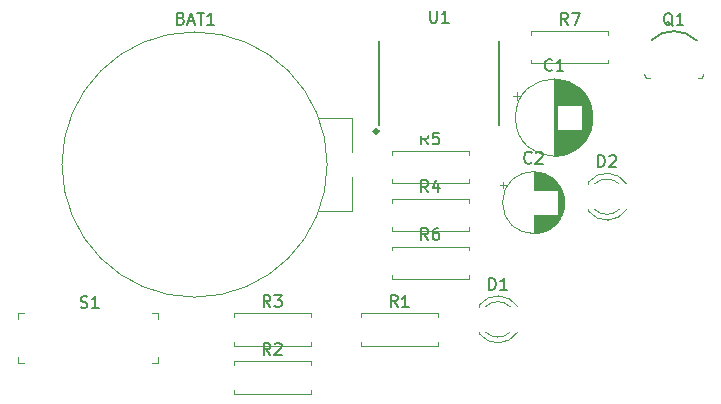
<source format=gbr>
%TF.GenerationSoftware,KiCad,Pcbnew,(6.0.5)*%
%TF.CreationDate,2022-12-22T23:21:59-06:00*%
%TF.ProjectId,555_Badge,3535355f-4261-4646-9765-2e6b69636164,V1*%
%TF.SameCoordinates,Original*%
%TF.FileFunction,Legend,Top*%
%TF.FilePolarity,Positive*%
%FSLAX46Y46*%
G04 Gerber Fmt 4.6, Leading zero omitted, Abs format (unit mm)*
G04 Created by KiCad (PCBNEW (6.0.5)) date 2022-12-22 23:21:59*
%MOMM*%
%LPD*%
G01*
G04 APERTURE LIST*
%ADD10C,0.150000*%
%ADD11C,0.120000*%
%ADD12C,0.100000*%
%ADD13C,0.203200*%
%ADD14C,0.314000*%
%ADD15R,1.600000X1.600000*%
%ADD16C,1.600000*%
%ADD17R,2.170000X2.170000*%
%ADD18C,2.500000*%
%ADD19R,1.900000X1.900000*%
%ADD20C,1.900000*%
%ADD21R,1.000000X1.500000*%
%ADD22O,1.000000X1.500000*%
%ADD23O,1.600000X1.600000*%
%ADD24C,1.524000*%
%ADD25R,1.800000X1.800000*%
%ADD26C,1.800000*%
G04 APERTURE END LIST*
D10*
%TO.C,C1*%
X158646174Y-70677142D02*
X158598555Y-70724761D01*
X158455698Y-70772380D01*
X158360460Y-70772380D01*
X158217602Y-70724761D01*
X158122364Y-70629523D01*
X158074745Y-70534285D01*
X158027126Y-70343809D01*
X158027126Y-70200952D01*
X158074745Y-70010476D01*
X158122364Y-69915238D01*
X158217602Y-69820000D01*
X158360460Y-69772380D01*
X158455698Y-69772380D01*
X158598555Y-69820000D01*
X158646174Y-69867619D01*
X159598555Y-70772380D02*
X159027126Y-70772380D01*
X159312841Y-70772380D02*
X159312841Y-69772380D01*
X159217602Y-69915238D01*
X159122364Y-70010476D01*
X159027126Y-70058095D01*
%TO.C,BAT1*%
X127214274Y-66322271D02*
X127357131Y-66369890D01*
X127404750Y-66417509D01*
X127452369Y-66512747D01*
X127452369Y-66655604D01*
X127404750Y-66750842D01*
X127357131Y-66798461D01*
X127261893Y-66846080D01*
X126880940Y-66846080D01*
X126880940Y-65846080D01*
X127214274Y-65846080D01*
X127309512Y-65893700D01*
X127357131Y-65941319D01*
X127404750Y-66036557D01*
X127404750Y-66131795D01*
X127357131Y-66227033D01*
X127309512Y-66274652D01*
X127214274Y-66322271D01*
X126880940Y-66322271D01*
X127833321Y-66560366D02*
X128309512Y-66560366D01*
X127738083Y-66846080D02*
X128071417Y-65846080D01*
X128404750Y-66846080D01*
X128595226Y-65846080D02*
X129166655Y-65846080D01*
X128880940Y-66846080D02*
X128880940Y-65846080D01*
X130023798Y-66846080D02*
X129452369Y-66846080D01*
X129738083Y-66846080D02*
X129738083Y-65846080D01*
X129642845Y-65988938D01*
X129547607Y-66084176D01*
X129452369Y-66131795D01*
%TO.C,S1*%
X118728095Y-90784761D02*
X118870952Y-90832380D01*
X119109047Y-90832380D01*
X119204285Y-90784761D01*
X119251904Y-90737142D01*
X119299523Y-90641904D01*
X119299523Y-90546666D01*
X119251904Y-90451428D01*
X119204285Y-90403809D01*
X119109047Y-90356190D01*
X118918571Y-90308571D01*
X118823333Y-90260952D01*
X118775714Y-90213333D01*
X118728095Y-90118095D01*
X118728095Y-90022857D01*
X118775714Y-89927619D01*
X118823333Y-89880000D01*
X118918571Y-89832380D01*
X119156666Y-89832380D01*
X119299523Y-89880000D01*
X120251904Y-90832380D02*
X119680476Y-90832380D01*
X119966190Y-90832380D02*
X119966190Y-89832380D01*
X119870952Y-89975238D01*
X119775714Y-90070476D01*
X119680476Y-90118095D01*
%TO.C,Q1*%
X168852361Y-66967619D02*
X168757123Y-66920000D01*
X168661885Y-66824761D01*
X168519028Y-66681904D01*
X168423790Y-66634285D01*
X168328552Y-66634285D01*
X168376171Y-66872380D02*
X168280933Y-66824761D01*
X168185695Y-66729523D01*
X168138076Y-66539047D01*
X168138076Y-66205714D01*
X168185695Y-66015238D01*
X168280933Y-65920000D01*
X168376171Y-65872380D01*
X168566647Y-65872380D01*
X168661885Y-65920000D01*
X168757123Y-66015238D01*
X168804742Y-66205714D01*
X168804742Y-66539047D01*
X168757123Y-66729523D01*
X168661885Y-66824761D01*
X168566647Y-66872380D01*
X168376171Y-66872380D01*
X169757123Y-66872380D02*
X169185695Y-66872380D01*
X169471409Y-66872380D02*
X169471409Y-65872380D01*
X169376171Y-66015238D01*
X169280933Y-66110476D01*
X169185695Y-66158095D01*
%TO.C,R2*%
X134780933Y-94812380D02*
X134447600Y-94336190D01*
X134209504Y-94812380D02*
X134209504Y-93812380D01*
X134590457Y-93812380D01*
X134685695Y-93860000D01*
X134733314Y-93907619D01*
X134780933Y-94002857D01*
X134780933Y-94145714D01*
X134733314Y-94240952D01*
X134685695Y-94288571D01*
X134590457Y-94336190D01*
X134209504Y-94336190D01*
X135161885Y-93907619D02*
X135209504Y-93860000D01*
X135304742Y-93812380D01*
X135542838Y-93812380D01*
X135638076Y-93860000D01*
X135685695Y-93907619D01*
X135733314Y-94002857D01*
X135733314Y-94098095D01*
X135685695Y-94240952D01*
X135114266Y-94812380D01*
X135733314Y-94812380D01*
%TO.C,U1*%
X148318695Y-65681380D02*
X148318695Y-66490904D01*
X148366314Y-66586142D01*
X148413933Y-66633761D01*
X148509171Y-66681380D01*
X148699647Y-66681380D01*
X148794885Y-66633761D01*
X148842504Y-66586142D01*
X148890123Y-66490904D01*
X148890123Y-65681380D01*
X149890123Y-66681380D02*
X149318695Y-66681380D01*
X149604409Y-66681380D02*
X149604409Y-65681380D01*
X149509171Y-65824238D01*
X149413933Y-65919476D01*
X149318695Y-65967095D01*
%TO.C,D1*%
X153309504Y-89302380D02*
X153309504Y-88302380D01*
X153547600Y-88302380D01*
X153690457Y-88350000D01*
X153785695Y-88445238D01*
X153833314Y-88540476D01*
X153880933Y-88730952D01*
X153880933Y-88873809D01*
X153833314Y-89064285D01*
X153785695Y-89159523D01*
X153690457Y-89254761D01*
X153547600Y-89302380D01*
X153309504Y-89302380D01*
X154833314Y-89302380D02*
X154261885Y-89302380D01*
X154547600Y-89302380D02*
X154547600Y-88302380D01*
X154452361Y-88445238D01*
X154357123Y-88540476D01*
X154261885Y-88588095D01*
%TO.C,C2*%
X156900708Y-78527142D02*
X156853089Y-78574761D01*
X156710232Y-78622380D01*
X156614994Y-78622380D01*
X156472136Y-78574761D01*
X156376898Y-78479523D01*
X156329279Y-78384285D01*
X156281660Y-78193809D01*
X156281660Y-78050952D01*
X156329279Y-77860476D01*
X156376898Y-77765238D01*
X156472136Y-77670000D01*
X156614994Y-77622380D01*
X156710232Y-77622380D01*
X156853089Y-77670000D01*
X156900708Y-77717619D01*
X157281660Y-77717619D02*
X157329279Y-77670000D01*
X157424517Y-77622380D01*
X157662613Y-77622380D01*
X157757851Y-77670000D01*
X157805470Y-77717619D01*
X157853089Y-77812857D01*
X157853089Y-77908095D01*
X157805470Y-78050952D01*
X157234041Y-78622380D01*
X157853089Y-78622380D01*
%TO.C,R5*%
X148150933Y-76992380D02*
X147817600Y-76516190D01*
X147579504Y-76992380D02*
X147579504Y-75992380D01*
X147960457Y-75992380D01*
X148055695Y-76040000D01*
X148103314Y-76087619D01*
X148150933Y-76182857D01*
X148150933Y-76325714D01*
X148103314Y-76420952D01*
X148055695Y-76468571D01*
X147960457Y-76516190D01*
X147579504Y-76516190D01*
X149055695Y-75992380D02*
X148579504Y-75992380D01*
X148531885Y-76468571D01*
X148579504Y-76420952D01*
X148674742Y-76373333D01*
X148912838Y-76373333D01*
X149008076Y-76420952D01*
X149055695Y-76468571D01*
X149103314Y-76563809D01*
X149103314Y-76801904D01*
X149055695Y-76897142D01*
X149008076Y-76944761D01*
X148912838Y-76992380D01*
X148674742Y-76992380D01*
X148579504Y-76944761D01*
X148531885Y-76897142D01*
%TO.C,R7*%
X159970933Y-66852380D02*
X159637600Y-66376190D01*
X159399504Y-66852380D02*
X159399504Y-65852380D01*
X159780457Y-65852380D01*
X159875695Y-65900000D01*
X159923314Y-65947619D01*
X159970933Y-66042857D01*
X159970933Y-66185714D01*
X159923314Y-66280952D01*
X159875695Y-66328571D01*
X159780457Y-66376190D01*
X159399504Y-66376190D01*
X160304266Y-65852380D02*
X160970933Y-65852380D01*
X160542361Y-66852380D01*
%TO.C,R1*%
X145550933Y-90762380D02*
X145217600Y-90286190D01*
X144979504Y-90762380D02*
X144979504Y-89762380D01*
X145360457Y-89762380D01*
X145455695Y-89810000D01*
X145503314Y-89857619D01*
X145550933Y-89952857D01*
X145550933Y-90095714D01*
X145503314Y-90190952D01*
X145455695Y-90238571D01*
X145360457Y-90286190D01*
X144979504Y-90286190D01*
X146503314Y-90762380D02*
X145931885Y-90762380D01*
X146217600Y-90762380D02*
X146217600Y-89762380D01*
X146122361Y-89905238D01*
X146027123Y-90000476D01*
X145931885Y-90048095D01*
%TO.C,R6*%
X148150933Y-85092380D02*
X147817600Y-84616190D01*
X147579504Y-85092380D02*
X147579504Y-84092380D01*
X147960457Y-84092380D01*
X148055695Y-84140000D01*
X148103314Y-84187619D01*
X148150933Y-84282857D01*
X148150933Y-84425714D01*
X148103314Y-84520952D01*
X148055695Y-84568571D01*
X147960457Y-84616190D01*
X147579504Y-84616190D01*
X149008076Y-84092380D02*
X148817600Y-84092380D01*
X148722361Y-84140000D01*
X148674742Y-84187619D01*
X148579504Y-84330476D01*
X148531885Y-84520952D01*
X148531885Y-84901904D01*
X148579504Y-84997142D01*
X148627123Y-85044761D01*
X148722361Y-85092380D01*
X148912838Y-85092380D01*
X149008076Y-85044761D01*
X149055695Y-84997142D01*
X149103314Y-84901904D01*
X149103314Y-84663809D01*
X149055695Y-84568571D01*
X149008076Y-84520952D01*
X148912838Y-84473333D01*
X148722361Y-84473333D01*
X148627123Y-84520952D01*
X148579504Y-84568571D01*
X148531885Y-84663809D01*
%TO.C,D2*%
X162539504Y-78912380D02*
X162539504Y-77912380D01*
X162777600Y-77912380D01*
X162920457Y-77960000D01*
X163015695Y-78055238D01*
X163063314Y-78150476D01*
X163110933Y-78340952D01*
X163110933Y-78483809D01*
X163063314Y-78674285D01*
X163015695Y-78769523D01*
X162920457Y-78864761D01*
X162777600Y-78912380D01*
X162539504Y-78912380D01*
X163491885Y-78007619D02*
X163539504Y-77960000D01*
X163634742Y-77912380D01*
X163872838Y-77912380D01*
X163968076Y-77960000D01*
X164015695Y-78007619D01*
X164063314Y-78102857D01*
X164063314Y-78198095D01*
X164015695Y-78340952D01*
X163444266Y-78912380D01*
X164063314Y-78912380D01*
%TO.C,R3*%
X134780933Y-90762380D02*
X134447600Y-90286190D01*
X134209504Y-90762380D02*
X134209504Y-89762380D01*
X134590457Y-89762380D01*
X134685695Y-89810000D01*
X134733314Y-89857619D01*
X134780933Y-89952857D01*
X134780933Y-90095714D01*
X134733314Y-90190952D01*
X134685695Y-90238571D01*
X134590457Y-90286190D01*
X134209504Y-90286190D01*
X135114266Y-89762380D02*
X135733314Y-89762380D01*
X135399980Y-90143333D01*
X135542838Y-90143333D01*
X135638076Y-90190952D01*
X135685695Y-90238571D01*
X135733314Y-90333809D01*
X135733314Y-90571904D01*
X135685695Y-90667142D01*
X135638076Y-90714761D01*
X135542838Y-90762380D01*
X135257123Y-90762380D01*
X135161885Y-90714761D01*
X135114266Y-90667142D01*
%TO.C,R4*%
X148150933Y-81042380D02*
X147817600Y-80566190D01*
X147579504Y-81042380D02*
X147579504Y-80042380D01*
X147960457Y-80042380D01*
X148055695Y-80090000D01*
X148103314Y-80137619D01*
X148150933Y-80232857D01*
X148150933Y-80375714D01*
X148103314Y-80470952D01*
X148055695Y-80518571D01*
X147960457Y-80566190D01*
X147579504Y-80566190D01*
X149008076Y-80375714D02*
X149008076Y-81042380D01*
X148769980Y-79994761D02*
X148531885Y-80709047D01*
X149150933Y-80709047D01*
D11*
%TO.C,C1*%
X160013841Y-71718000D02*
X160013841Y-73680000D01*
X159693841Y-75760000D02*
X159693841Y-77830000D01*
X161973841Y-73918000D02*
X161973841Y-75522000D01*
X160213841Y-71804000D02*
X160213841Y-73680000D01*
X161013841Y-72340000D02*
X161013841Y-73680000D01*
X159492841Y-75760000D02*
X159492841Y-77879000D01*
X161333841Y-72676000D02*
X161333841Y-76764000D01*
X160253841Y-75760000D02*
X160253841Y-77616000D01*
X160613841Y-75760000D02*
X160613841Y-77410000D01*
X159212841Y-75760000D02*
X159212841Y-77926000D01*
X159973841Y-75760000D02*
X159973841Y-77738000D01*
X161253841Y-72583000D02*
X161253841Y-76857000D01*
X160773841Y-75760000D02*
X160773841Y-77298000D01*
X161893841Y-73661000D02*
X161893841Y-75779000D01*
X159412841Y-75760000D02*
X159412841Y-77895000D01*
X161813841Y-73458000D02*
X161813841Y-75982000D01*
X160533841Y-75760000D02*
X160533841Y-77462000D01*
X159492841Y-71561000D02*
X159492841Y-73680000D01*
X160493841Y-71954000D02*
X160493841Y-73680000D01*
X159933841Y-75760000D02*
X159933841Y-77753000D01*
X159693841Y-71610000D02*
X159693841Y-73680000D01*
X160933841Y-75760000D02*
X160933841Y-77170000D01*
X162013841Y-74087000D02*
X162013841Y-75353000D01*
X160133841Y-71768000D02*
X160133841Y-73680000D01*
X161093841Y-75760000D02*
X161093841Y-77025000D01*
X159773841Y-71634000D02*
X159773841Y-73680000D01*
X159172841Y-71509000D02*
X159172841Y-73680000D01*
X161013841Y-75760000D02*
X161013841Y-77100000D01*
X160573841Y-72004000D02*
X160573841Y-73680000D01*
X160053841Y-71734000D02*
X160053841Y-73680000D01*
X159893841Y-75760000D02*
X159893841Y-77767000D01*
X159893841Y-71673000D02*
X159893841Y-73680000D01*
X159372841Y-75760000D02*
X159372841Y-77902000D01*
X160893841Y-72236000D02*
X160893841Y-73680000D01*
X159052841Y-71498000D02*
X159052841Y-73680000D01*
X159533841Y-75760000D02*
X159533841Y-77870000D01*
X160453841Y-71930000D02*
X160453841Y-73680000D01*
X159252841Y-71519000D02*
X159252841Y-73680000D01*
X160813841Y-72172000D02*
X160813841Y-73680000D01*
X160573841Y-75760000D02*
X160573841Y-77436000D01*
X159292841Y-71525000D02*
X159292841Y-73680000D01*
X155627600Y-72566000D02*
X155627600Y-73196000D01*
X160653841Y-75760000D02*
X160653841Y-77384000D01*
X159292841Y-75760000D02*
X159292841Y-77915000D01*
X160013841Y-75760000D02*
X160013841Y-77722000D01*
X161573841Y-73006000D02*
X161573841Y-76434000D01*
X161453841Y-72830000D02*
X161453841Y-76610000D01*
X160693841Y-75760000D02*
X160693841Y-77356000D01*
X158852841Y-71490000D02*
X158852841Y-77950000D01*
X159012841Y-71496000D02*
X159012841Y-77944000D01*
X159773841Y-75760000D02*
X159773841Y-77806000D01*
X160133841Y-75760000D02*
X160133841Y-77672000D01*
X159733841Y-75760000D02*
X159733841Y-77818000D01*
X160973841Y-75760000D02*
X160973841Y-77136000D01*
X158892841Y-71490000D02*
X158892841Y-77950000D01*
X161213841Y-72538000D02*
X161213841Y-76902000D01*
X161613841Y-73070000D02*
X161613841Y-76370000D01*
X159132841Y-71505000D02*
X159132841Y-73680000D01*
X159933841Y-71687000D02*
X159933841Y-73680000D01*
X160093841Y-71750000D02*
X160093841Y-73680000D01*
X160853841Y-75760000D02*
X160853841Y-77236000D01*
X161373841Y-72725000D02*
X161373841Y-76715000D01*
X159092841Y-71502000D02*
X159092841Y-73680000D01*
X159172841Y-75760000D02*
X159172841Y-77931000D01*
X159733841Y-71622000D02*
X159733841Y-73680000D01*
X161533841Y-72944000D02*
X161533841Y-76496000D01*
X160733841Y-72113000D02*
X160733841Y-73680000D01*
X161773841Y-73370000D02*
X161773841Y-76070000D01*
X160293841Y-71844000D02*
X160293841Y-73680000D01*
X161053841Y-72377000D02*
X161053841Y-73680000D01*
X159853841Y-75760000D02*
X159853841Y-77781000D01*
X159573841Y-71579000D02*
X159573841Y-73680000D01*
X159533841Y-71570000D02*
X159533841Y-73680000D01*
X161933841Y-73780000D02*
X161933841Y-75660000D01*
X159052841Y-75760000D02*
X159052841Y-77942000D01*
X160493841Y-75760000D02*
X160493841Y-77486000D01*
X160533841Y-71978000D02*
X160533841Y-73680000D01*
X160973841Y-72304000D02*
X160973841Y-73680000D01*
X160053841Y-75760000D02*
X160053841Y-77706000D01*
X159613841Y-71589000D02*
X159613841Y-73680000D01*
X159653841Y-75760000D02*
X159653841Y-77841000D01*
X161093841Y-72415000D02*
X161093841Y-73680000D01*
X160253841Y-71824000D02*
X160253841Y-73680000D01*
X160373841Y-75760000D02*
X160373841Y-77554000D01*
X160893841Y-75760000D02*
X160893841Y-77204000D01*
X160453841Y-75760000D02*
X160453841Y-77510000D01*
X160773841Y-72142000D02*
X160773841Y-73680000D01*
X161493841Y-72886000D02*
X161493841Y-76554000D01*
X158972841Y-71493000D02*
X158972841Y-77947000D01*
X159092841Y-75760000D02*
X159092841Y-77938000D01*
X159813841Y-75760000D02*
X159813841Y-77794000D01*
X159332841Y-75760000D02*
X159332841Y-77909000D01*
X160093841Y-75760000D02*
X160093841Y-77690000D01*
X160813841Y-75760000D02*
X160813841Y-77268000D01*
X159332841Y-71531000D02*
X159332841Y-73680000D01*
X159853841Y-71659000D02*
X159853841Y-73680000D01*
X161293841Y-72628000D02*
X161293841Y-76812000D01*
X160333841Y-71864000D02*
X160333841Y-73680000D01*
X160693841Y-72084000D02*
X160693841Y-73680000D01*
X160373841Y-71886000D02*
X160373841Y-73680000D01*
X155312600Y-72881000D02*
X155942600Y-72881000D01*
X160333841Y-75760000D02*
X160333841Y-77576000D01*
X159212841Y-71514000D02*
X159212841Y-73680000D01*
X160613841Y-72030000D02*
X160613841Y-73680000D01*
X159573841Y-75760000D02*
X159573841Y-77861000D01*
X159452841Y-75760000D02*
X159452841Y-77887000D01*
X160213841Y-75760000D02*
X160213841Y-77636000D01*
X161133841Y-72455000D02*
X161133841Y-76985000D01*
X159252841Y-75760000D02*
X159252841Y-77921000D01*
X159132841Y-75760000D02*
X159132841Y-77935000D01*
X159372841Y-71538000D02*
X159372841Y-73680000D01*
X161053841Y-75760000D02*
X161053841Y-77063000D01*
X160653841Y-72056000D02*
X160653841Y-73680000D01*
X160933841Y-72270000D02*
X160933841Y-73680000D01*
X159452841Y-71553000D02*
X159452841Y-73680000D01*
X160733841Y-75760000D02*
X160733841Y-77327000D01*
X160173841Y-75760000D02*
X160173841Y-77654000D01*
X159813841Y-71646000D02*
X159813841Y-73680000D01*
X161693841Y-73211000D02*
X161693841Y-76229000D01*
X160853841Y-72204000D02*
X160853841Y-73680000D01*
X158932841Y-71492000D02*
X158932841Y-77948000D01*
X162053841Y-74318000D02*
X162053841Y-75122000D01*
X160293841Y-75760000D02*
X160293841Y-77596000D01*
X159613841Y-75760000D02*
X159613841Y-77851000D01*
X159412841Y-71545000D02*
X159412841Y-73680000D01*
X160173841Y-71786000D02*
X160173841Y-73680000D01*
X161733841Y-73288000D02*
X161733841Y-76152000D01*
X159973841Y-71702000D02*
X159973841Y-73680000D01*
X161853841Y-73555000D02*
X161853841Y-75885000D01*
X160413841Y-75760000D02*
X160413841Y-77532000D01*
X158812841Y-71490000D02*
X158812841Y-77950000D01*
X161413841Y-72776000D02*
X161413841Y-76664000D01*
X161173841Y-72496000D02*
X161173841Y-76944000D01*
X159653841Y-71599000D02*
X159653841Y-73680000D01*
X161653841Y-73139000D02*
X161653841Y-76301000D01*
X160413841Y-71908000D02*
X160413841Y-73680000D01*
X162082841Y-74720000D02*
G75*
G03*
X162082841Y-74720000I-3270000J0D01*
G01*
D12*
%TO.C,BAT1*%
X141677200Y-82611600D02*
X141677200Y-79766800D01*
X138934000Y-82611600D02*
X141677200Y-82611600D01*
X141677200Y-74788400D02*
X141677200Y-77633200D01*
X138934000Y-74788400D02*
X141677200Y-74788400D01*
X139594400Y-78700000D02*
G75*
G03*
X139594400Y-78700000I-11226800J0D01*
G01*
%TO.C,S1*%
X113400000Y-91300000D02*
X113900000Y-91300000D01*
X125300000Y-91300000D02*
X125300000Y-91800000D01*
X113400000Y-91300000D02*
X113400000Y-91800000D01*
X125300000Y-95500000D02*
X124800000Y-95500000D01*
X125300000Y-91300000D02*
X124800000Y-91300000D01*
X125300000Y-95500000D02*
X125300000Y-95000000D01*
X113400000Y-95500000D02*
X113900000Y-95500000D01*
X113400000Y-95500000D02*
X113400000Y-95000000D01*
%TO.C,Q1*%
X171297600Y-71370000D02*
X171447600Y-71070000D01*
X171297600Y-71370000D02*
X170997600Y-71370000D01*
X166597600Y-71370000D02*
X166447600Y-71070000D01*
X166897600Y-71370000D02*
X166597600Y-71370000D01*
D10*
X170897600Y-68220000D02*
G75*
G03*
X167047600Y-68170000I-1950000J-1900000D01*
G01*
D11*
%TO.C,R2*%
X131677600Y-95690000D02*
X131677600Y-95360000D01*
X138217600Y-95360000D02*
X138217600Y-95690000D01*
X131677600Y-98100000D02*
X138217600Y-98100000D01*
X131677600Y-95360000D02*
X138217600Y-95360000D01*
X131677600Y-97770000D02*
X131677600Y-98100000D01*
X138217600Y-98100000D02*
X138217600Y-97770000D01*
D13*
%TO.C,U1*%
X154160600Y-75373000D02*
X154160600Y-68261000D01*
X144000600Y-75373000D02*
X144000600Y-68261000D01*
D14*
X143903600Y-75881000D02*
G75*
G03*
X143903600Y-75881000I-157000J0D01*
G01*
D11*
%TO.C,D1*%
X152487600Y-92890000D02*
X152487600Y-93046000D01*
X152487600Y-90574000D02*
X152487600Y-90730000D01*
X152487600Y-93045516D02*
G75*
G03*
X155719935Y-92888608I1560000J1235516D01*
G01*
X155719935Y-90731392D02*
G75*
G03*
X152487600Y-90574484I-1672335J-1078608D01*
G01*
X153006639Y-92890000D02*
G75*
G03*
X155088730Y-92889837I1040961J1080000D01*
G01*
X155088730Y-90730163D02*
G75*
G03*
X153006639Y-90730000I-1041130J-1079837D01*
G01*
%TO.C,C2*%
X157667375Y-79409000D02*
X157667375Y-80880000D01*
X158828375Y-80019000D02*
X158828375Y-80880000D01*
X158508375Y-79771000D02*
X158508375Y-80880000D01*
X157107375Y-82960000D02*
X157107375Y-84500000D01*
X157587375Y-79392000D02*
X157587375Y-80880000D01*
X158668375Y-82960000D02*
X158668375Y-83955000D01*
X159228375Y-80477000D02*
X159228375Y-83363000D01*
X159188375Y-80420000D02*
X159188375Y-83420000D01*
X159068375Y-82960000D02*
X159068375Y-83573000D01*
X158628375Y-79855000D02*
X158628375Y-80880000D01*
X158988375Y-80177000D02*
X158988375Y-80880000D01*
X158588375Y-82960000D02*
X158588375Y-84015000D01*
X158828375Y-82960000D02*
X158828375Y-83821000D01*
X158948375Y-82960000D02*
X158948375Y-83705000D01*
X158068375Y-82960000D02*
X158068375Y-84302000D01*
X157107375Y-79340000D02*
X157107375Y-80880000D01*
X157868375Y-82960000D02*
X157868375Y-84375000D01*
X157908375Y-79478000D02*
X157908375Y-80880000D01*
X159068375Y-80267000D02*
X159068375Y-80880000D01*
X158188375Y-79591000D02*
X158188375Y-80880000D01*
X157908375Y-82960000D02*
X157908375Y-84362000D01*
X157307375Y-79351000D02*
X157307375Y-80880000D01*
X157067375Y-82960000D02*
X157067375Y-84500000D01*
X158388375Y-82960000D02*
X158388375Y-84144000D01*
X158548375Y-82960000D02*
X158548375Y-84042000D01*
X158148375Y-79572000D02*
X158148375Y-80880000D01*
X159548375Y-81115000D02*
X159548375Y-82725000D01*
X157307375Y-82960000D02*
X157307375Y-84489000D01*
X159588375Y-81243000D02*
X159588375Y-82597000D01*
X157627375Y-82960000D02*
X157627375Y-84440000D01*
X157267375Y-82960000D02*
X157267375Y-84493000D01*
X157747375Y-79429000D02*
X157747375Y-80880000D01*
X158548375Y-79798000D02*
X158548375Y-80880000D01*
X157667375Y-82960000D02*
X157667375Y-84431000D01*
X158068375Y-79538000D02*
X158068375Y-80880000D01*
X158268375Y-82960000D02*
X158268375Y-84210000D01*
X157788375Y-82960000D02*
X157788375Y-84400000D01*
X157467375Y-79370000D02*
X157467375Y-80880000D01*
X159468375Y-80909000D02*
X159468375Y-82931000D01*
X157387375Y-79359000D02*
X157387375Y-80880000D01*
X158788375Y-79983000D02*
X158788375Y-80880000D01*
X159028375Y-80221000D02*
X159028375Y-80880000D01*
X157707375Y-82960000D02*
X157707375Y-84421000D01*
X159348375Y-80669000D02*
X159348375Y-83171000D01*
X159668375Y-81636000D02*
X159668375Y-82204000D01*
X157427375Y-79364000D02*
X157427375Y-80880000D01*
X157507375Y-79377000D02*
X157507375Y-80880000D01*
X158748375Y-79949000D02*
X158748375Y-80880000D01*
X158348375Y-82960000D02*
X158348375Y-84167000D01*
X157747375Y-82960000D02*
X157747375Y-84411000D01*
X159308375Y-80601000D02*
X159308375Y-83239000D01*
X157067375Y-79340000D02*
X157067375Y-80880000D01*
X158228375Y-82960000D02*
X158228375Y-84230000D01*
X158108375Y-82960000D02*
X158108375Y-84285000D01*
X158348375Y-79673000D02*
X158348375Y-80880000D01*
X158228375Y-79610000D02*
X158228375Y-80880000D01*
X158948375Y-80135000D02*
X158948375Y-80880000D01*
X157707375Y-79419000D02*
X157707375Y-80880000D01*
X157627375Y-79400000D02*
X157627375Y-80880000D01*
X158868375Y-82960000D02*
X158868375Y-83784000D01*
X158308375Y-82960000D02*
X158308375Y-84188000D01*
X158028375Y-79522000D02*
X158028375Y-80880000D01*
X154512600Y-80195000D02*
X154512600Y-80695000D01*
X158748375Y-82960000D02*
X158748375Y-83891000D01*
X158148375Y-82960000D02*
X158148375Y-84268000D01*
X159428375Y-80822000D02*
X159428375Y-83018000D01*
X158428375Y-82960000D02*
X158428375Y-84120000D01*
X157467375Y-82960000D02*
X157467375Y-84470000D01*
X158708375Y-79916000D02*
X158708375Y-80880000D01*
X157507375Y-82960000D02*
X157507375Y-84463000D01*
X157267375Y-79347000D02*
X157267375Y-80880000D01*
X159388375Y-80742000D02*
X159388375Y-83098000D01*
X157788375Y-79440000D02*
X157788375Y-80880000D01*
X158668375Y-79885000D02*
X158668375Y-80880000D01*
X158628375Y-82960000D02*
X158628375Y-83985000D01*
X157547375Y-82960000D02*
X157547375Y-84456000D01*
X157868375Y-79465000D02*
X157868375Y-80880000D01*
X158588375Y-79825000D02*
X158588375Y-80880000D01*
X157828375Y-82960000D02*
X157828375Y-84388000D01*
X158388375Y-79696000D02*
X158388375Y-80880000D01*
X157948375Y-82960000D02*
X157948375Y-84348000D01*
X157988375Y-82960000D02*
X157988375Y-84334000D01*
X159148375Y-80366000D02*
X159148375Y-83474000D01*
X158868375Y-80056000D02*
X158868375Y-80880000D01*
X158988375Y-82960000D02*
X158988375Y-83663000D01*
X158708375Y-82960000D02*
X158708375Y-83924000D01*
X158468375Y-79745000D02*
X158468375Y-80880000D01*
X157347375Y-79355000D02*
X157347375Y-80880000D01*
X159108375Y-80315000D02*
X159108375Y-83525000D01*
X159508375Y-81005000D02*
X159508375Y-82835000D01*
X157227375Y-82960000D02*
X157227375Y-84496000D01*
X159268375Y-80537000D02*
X159268375Y-83303000D01*
X159628375Y-81402000D02*
X159628375Y-82438000D01*
X157547375Y-79384000D02*
X157547375Y-80880000D01*
X158108375Y-79555000D02*
X158108375Y-80880000D01*
X158788375Y-82960000D02*
X158788375Y-83857000D01*
X157187375Y-82960000D02*
X157187375Y-84498000D01*
X158268375Y-79630000D02*
X158268375Y-80880000D01*
X158908375Y-82960000D02*
X158908375Y-83746000D01*
X159028375Y-82960000D02*
X159028375Y-83619000D01*
X158028375Y-82960000D02*
X158028375Y-84318000D01*
X158908375Y-80094000D02*
X158908375Y-80880000D01*
X158308375Y-79652000D02*
X158308375Y-80880000D01*
X157227375Y-79344000D02*
X157227375Y-80880000D01*
X157347375Y-82960000D02*
X157347375Y-84485000D01*
X158188375Y-82960000D02*
X158188375Y-84249000D01*
X157988375Y-79506000D02*
X157988375Y-80880000D01*
X154262600Y-80445000D02*
X154762600Y-80445000D01*
X157587375Y-82960000D02*
X157587375Y-84448000D01*
X158508375Y-82960000D02*
X158508375Y-84069000D01*
X157187375Y-79342000D02*
X157187375Y-80880000D01*
X158428375Y-79720000D02*
X158428375Y-80880000D01*
X157147375Y-82960000D02*
X157147375Y-84499000D01*
X157427375Y-82960000D02*
X157427375Y-84476000D01*
X157948375Y-79492000D02*
X157948375Y-80880000D01*
X157387375Y-82960000D02*
X157387375Y-84481000D01*
X157147375Y-79341000D02*
X157147375Y-80880000D01*
X158468375Y-82960000D02*
X158468375Y-84095000D01*
X157828375Y-79452000D02*
X157828375Y-80880000D01*
X159687375Y-81920000D02*
G75*
G03*
X159687375Y-81920000I-2620000J0D01*
G01*
%TO.C,R5*%
X151587600Y-80280000D02*
X151587600Y-79950000D01*
X151587600Y-77540000D02*
X151587600Y-77870000D01*
X145047600Y-79950000D02*
X145047600Y-80280000D01*
X145047600Y-77870000D02*
X145047600Y-77540000D01*
X145047600Y-77540000D02*
X151587600Y-77540000D01*
X145047600Y-80280000D02*
X151587600Y-80280000D01*
%TO.C,R7*%
X163407600Y-70140000D02*
X163407600Y-69810000D01*
X163407600Y-67400000D02*
X163407600Y-67730000D01*
X156867600Y-70140000D02*
X163407600Y-70140000D01*
X156867600Y-67400000D02*
X163407600Y-67400000D01*
X156867600Y-67730000D02*
X156867600Y-67400000D01*
X156867600Y-69810000D02*
X156867600Y-70140000D01*
%TO.C,R1*%
X148987600Y-91310000D02*
X148987600Y-91640000D01*
X142447600Y-91310000D02*
X148987600Y-91310000D01*
X142447600Y-94050000D02*
X148987600Y-94050000D01*
X142447600Y-93720000D02*
X142447600Y-94050000D01*
X148987600Y-94050000D02*
X148987600Y-93720000D01*
X142447600Y-91640000D02*
X142447600Y-91310000D01*
%TO.C,R6*%
X145047600Y-88050000D02*
X145047600Y-88380000D01*
X145047600Y-85640000D02*
X151587600Y-85640000D01*
X151587600Y-85640000D02*
X151587600Y-85970000D01*
X151587600Y-88380000D02*
X151587600Y-88050000D01*
X145047600Y-88380000D02*
X151587600Y-88380000D01*
X145047600Y-85970000D02*
X145047600Y-85640000D01*
%TO.C,D2*%
X161717600Y-82500000D02*
X161717600Y-82656000D01*
X161717600Y-80184000D02*
X161717600Y-80340000D01*
X161717600Y-82655516D02*
G75*
G03*
X164949935Y-82498608I1560000J1235516D01*
G01*
X164949935Y-80341392D02*
G75*
G03*
X161717600Y-80184484I-1672335J-1078608D01*
G01*
X164318730Y-80340163D02*
G75*
G03*
X162236639Y-80340000I-1041130J-1079837D01*
G01*
X162236639Y-82500000D02*
G75*
G03*
X164318730Y-82499837I1040961J1080000D01*
G01*
%TO.C,R3*%
X131677600Y-94050000D02*
X138217600Y-94050000D01*
X138217600Y-91310000D02*
X138217600Y-91640000D01*
X131677600Y-91310000D02*
X138217600Y-91310000D01*
X131677600Y-91640000D02*
X131677600Y-91310000D01*
X138217600Y-94050000D02*
X138217600Y-93720000D01*
X131677600Y-93720000D02*
X131677600Y-94050000D01*
%TO.C,R4*%
X151587600Y-84330000D02*
X151587600Y-84000000D01*
X145047600Y-81590000D02*
X151587600Y-81590000D01*
X145047600Y-81920000D02*
X145047600Y-81590000D01*
X145047600Y-84330000D02*
X151587600Y-84330000D01*
X151587600Y-81590000D02*
X151587600Y-81920000D01*
X145047600Y-84000000D02*
X145047600Y-84330000D01*
%TD*%
%LPC*%
D15*
%TO.C,C1*%
X157562841Y-74720000D03*
D16*
X160062841Y-74720000D03*
%TD*%
D17*
%TO.C,BAT1*%
X120900000Y-78700000D03*
D18*
X140900000Y-78700000D03*
%TD*%
D19*
%TO.C,S1*%
X117000000Y-93400000D03*
D20*
X119500000Y-93400000D03*
X122000000Y-93400000D03*
%TD*%
D21*
%TO.C,Q1*%
X167677600Y-69770000D03*
D22*
X168947600Y-69770000D03*
X170217600Y-69770000D03*
%TD*%
D16*
%TO.C,R2*%
X131137600Y-96730000D03*
D23*
X138757600Y-96730000D03*
%TD*%
D24*
%TO.C,U1*%
X145270600Y-75627000D03*
X147810600Y-75627000D03*
X150350600Y-75627000D03*
X152890600Y-75627000D03*
X152890600Y-68007000D03*
X150350600Y-68007000D03*
X147810600Y-68007000D03*
X145270600Y-68007000D03*
%TD*%
D25*
%TO.C,D1*%
X152777600Y-91810000D03*
D26*
X155317600Y-91810000D03*
%TD*%
D15*
%TO.C,C2*%
X156067375Y-81920000D03*
D16*
X158067375Y-81920000D03*
%TD*%
%TO.C,R5*%
X144507600Y-78910000D03*
D23*
X152127600Y-78910000D03*
%TD*%
D16*
%TO.C,R7*%
X156327600Y-68770000D03*
D23*
X163947600Y-68770000D03*
%TD*%
D16*
%TO.C,R1*%
X141907600Y-92680000D03*
D23*
X149527600Y-92680000D03*
%TD*%
D16*
%TO.C,R6*%
X144507600Y-87010000D03*
D23*
X152127600Y-87010000D03*
%TD*%
D25*
%TO.C,D2*%
X162007600Y-81420000D03*
D26*
X164547600Y-81420000D03*
%TD*%
D16*
%TO.C,R3*%
X131137600Y-92680000D03*
D23*
X138757600Y-92680000D03*
%TD*%
D16*
%TO.C,R4*%
X144507600Y-82960000D03*
D23*
X152127600Y-82960000D03*
%TD*%
M02*

</source>
